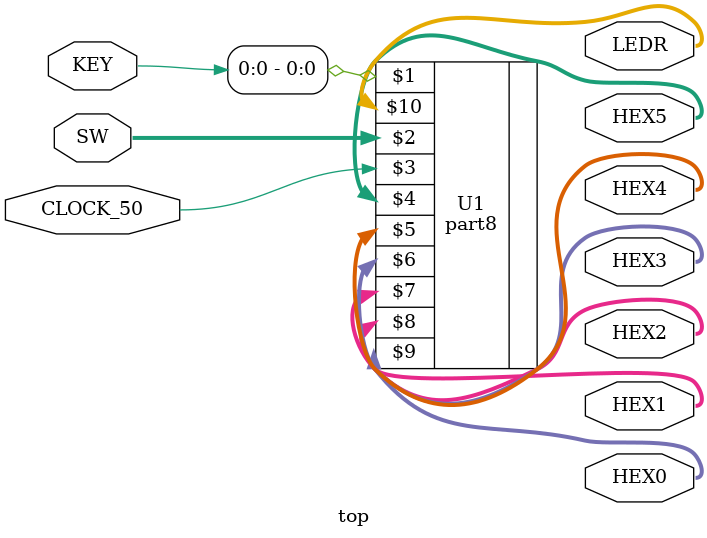
<source format=v>
module top (CLOCK_50, SW, KEY, HEX0, HEX1, HEX2, HEX3, HEX4, HEX5, LEDR);

    input wire CLOCK_50;        // DE-series 50 MHz clock signal
    input wire [9:0] SW;        // DE-series switches
    input wire [3:0] KEY;       // DE-series pushbuttons

    output wire [6:0] HEX0;     // DE-series HEX displays
    output wire [6:0] HEX1;
    output wire [6:0] HEX2;
    output wire [6:0] HEX3;
    output wire [6:0] HEX4;
    output wire [6:0] HEX5;

    output wire [9:0] LEDR;     // DE-series LEDs   

    part8 U1 (KEY[0], SW, CLOCK_50, HEX5, HEX4, HEX3, HEX2, HEX1, HEX0, LEDR);

endmodule


</source>
